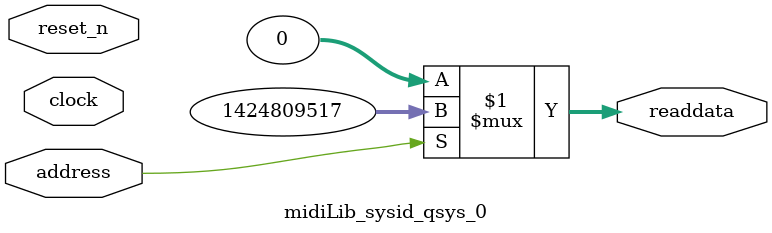
<source format=v>

`timescale 1ns / 1ps
// synthesis translate_on

// turn off superfluous verilog processor warnings 
// altera message_level Level1 
// altera message_off 10034 10035 10036 10037 10230 10240 10030 

module midiLib_sysid_qsys_0 (
               // inputs:
                address,
                clock,
                reset_n,

               // outputs:
                readdata
             )
;

  output  [ 31: 0] readdata;
  input            address;
  input            clock;
  input            reset_n;

  wire    [ 31: 0] readdata;
  //control_slave, which is an e_avalon_slave
  assign readdata = address ? 1424809517 : 0;

endmodule




</source>
